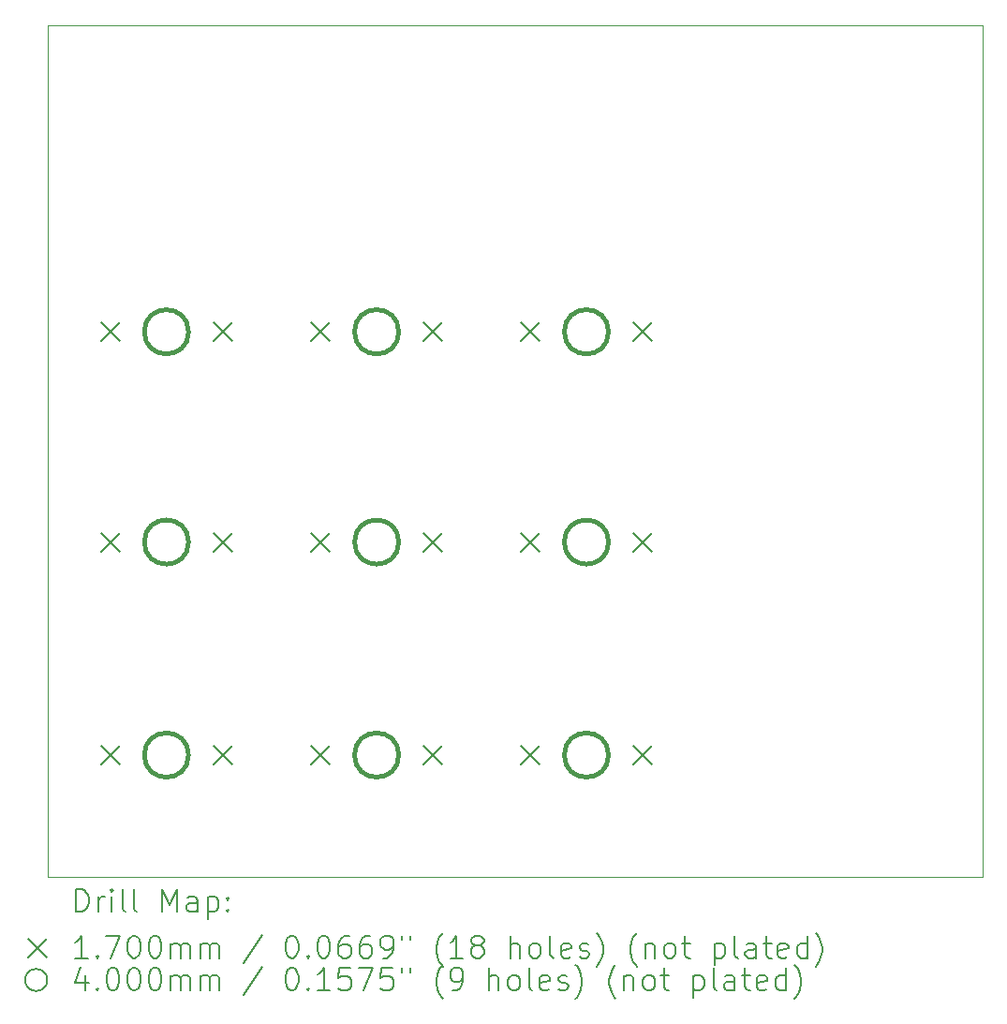
<source format=gbr>
%TF.GenerationSoftware,KiCad,Pcbnew,9.0.7*%
%TF.CreationDate,2026-02-07T16:10:57+01:00*%
%TF.ProjectId,keyboard,6b657962-6f61-4726-942e-6b696361645f,rev?*%
%TF.SameCoordinates,Original*%
%TF.FileFunction,Drillmap*%
%TF.FilePolarity,Positive*%
%FSLAX45Y45*%
G04 Gerber Fmt 4.5, Leading zero omitted, Abs format (unit mm)*
G04 Created by KiCad (PCBNEW 9.0.7) date 2026-02-07 16:10:57*
%MOMM*%
%LPD*%
G01*
G04 APERTURE LIST*
%ADD10C,0.050000*%
%ADD11C,0.200000*%
%ADD12C,0.170000*%
%ADD13C,0.400000*%
G04 APERTURE END LIST*
D10*
X11875000Y-2451216D02*
X20326829Y-2451216D01*
X20326829Y-10150000D01*
X11875000Y-10150000D01*
X11875000Y-2451216D01*
D11*
D12*
X12357000Y-5140000D02*
X12527000Y-5310000D01*
X12527000Y-5140000D02*
X12357000Y-5310000D01*
X12357000Y-7040000D02*
X12527000Y-7210000D01*
X12527000Y-7040000D02*
X12357000Y-7210000D01*
X12357000Y-8965000D02*
X12527000Y-9135000D01*
X12527000Y-8965000D02*
X12357000Y-9135000D01*
X13373000Y-5140000D02*
X13543000Y-5310000D01*
X13543000Y-5140000D02*
X13373000Y-5310000D01*
X13373000Y-7040000D02*
X13543000Y-7210000D01*
X13543000Y-7040000D02*
X13373000Y-7210000D01*
X13373000Y-8965000D02*
X13543000Y-9135000D01*
X13543000Y-8965000D02*
X13373000Y-9135000D01*
X14257000Y-5140000D02*
X14427000Y-5310000D01*
X14427000Y-5140000D02*
X14257000Y-5310000D01*
X14257000Y-7040000D02*
X14427000Y-7210000D01*
X14427000Y-7040000D02*
X14257000Y-7210000D01*
X14257000Y-8965000D02*
X14427000Y-9135000D01*
X14427000Y-8965000D02*
X14257000Y-9135000D01*
X15273000Y-5140000D02*
X15443000Y-5310000D01*
X15443000Y-5140000D02*
X15273000Y-5310000D01*
X15273000Y-7040000D02*
X15443000Y-7210000D01*
X15443000Y-7040000D02*
X15273000Y-7210000D01*
X15273000Y-8965000D02*
X15443000Y-9135000D01*
X15443000Y-8965000D02*
X15273000Y-9135000D01*
X16153000Y-5140000D02*
X16323000Y-5310000D01*
X16323000Y-5140000D02*
X16153000Y-5310000D01*
X16153000Y-7040000D02*
X16323000Y-7210000D01*
X16323000Y-7040000D02*
X16153000Y-7210000D01*
X16153000Y-8965000D02*
X16323000Y-9135000D01*
X16323000Y-8965000D02*
X16153000Y-9135000D01*
X17169000Y-5140000D02*
X17339000Y-5310000D01*
X17339000Y-5140000D02*
X17169000Y-5310000D01*
X17169000Y-7040000D02*
X17339000Y-7210000D01*
X17339000Y-7040000D02*
X17169000Y-7210000D01*
X17169000Y-8965000D02*
X17339000Y-9135000D01*
X17339000Y-8965000D02*
X17169000Y-9135000D01*
D13*
X13150000Y-5225000D02*
G75*
G02*
X12750000Y-5225000I-200000J0D01*
G01*
X12750000Y-5225000D02*
G75*
G02*
X13150000Y-5225000I200000J0D01*
G01*
X13150000Y-7125000D02*
G75*
G02*
X12750000Y-7125000I-200000J0D01*
G01*
X12750000Y-7125000D02*
G75*
G02*
X13150000Y-7125000I200000J0D01*
G01*
X13150000Y-9050000D02*
G75*
G02*
X12750000Y-9050000I-200000J0D01*
G01*
X12750000Y-9050000D02*
G75*
G02*
X13150000Y-9050000I200000J0D01*
G01*
X15050000Y-5225000D02*
G75*
G02*
X14650000Y-5225000I-200000J0D01*
G01*
X14650000Y-5225000D02*
G75*
G02*
X15050000Y-5225000I200000J0D01*
G01*
X15050000Y-7125000D02*
G75*
G02*
X14650000Y-7125000I-200000J0D01*
G01*
X14650000Y-7125000D02*
G75*
G02*
X15050000Y-7125000I200000J0D01*
G01*
X15050000Y-9050000D02*
G75*
G02*
X14650000Y-9050000I-200000J0D01*
G01*
X14650000Y-9050000D02*
G75*
G02*
X15050000Y-9050000I200000J0D01*
G01*
X16946000Y-5225000D02*
G75*
G02*
X16546000Y-5225000I-200000J0D01*
G01*
X16546000Y-5225000D02*
G75*
G02*
X16946000Y-5225000I200000J0D01*
G01*
X16946000Y-7125000D02*
G75*
G02*
X16546000Y-7125000I-200000J0D01*
G01*
X16546000Y-7125000D02*
G75*
G02*
X16946000Y-7125000I200000J0D01*
G01*
X16946000Y-9050000D02*
G75*
G02*
X16546000Y-9050000I-200000J0D01*
G01*
X16546000Y-9050000D02*
G75*
G02*
X16946000Y-9050000I200000J0D01*
G01*
D11*
X12133277Y-10463984D02*
X12133277Y-10263984D01*
X12133277Y-10263984D02*
X12180896Y-10263984D01*
X12180896Y-10263984D02*
X12209467Y-10273508D01*
X12209467Y-10273508D02*
X12228515Y-10292555D01*
X12228515Y-10292555D02*
X12238039Y-10311603D01*
X12238039Y-10311603D02*
X12247562Y-10349698D01*
X12247562Y-10349698D02*
X12247562Y-10378270D01*
X12247562Y-10378270D02*
X12238039Y-10416365D01*
X12238039Y-10416365D02*
X12228515Y-10435412D01*
X12228515Y-10435412D02*
X12209467Y-10454460D01*
X12209467Y-10454460D02*
X12180896Y-10463984D01*
X12180896Y-10463984D02*
X12133277Y-10463984D01*
X12333277Y-10463984D02*
X12333277Y-10330650D01*
X12333277Y-10368746D02*
X12342801Y-10349698D01*
X12342801Y-10349698D02*
X12352324Y-10340174D01*
X12352324Y-10340174D02*
X12371372Y-10330650D01*
X12371372Y-10330650D02*
X12390420Y-10330650D01*
X12457086Y-10463984D02*
X12457086Y-10330650D01*
X12457086Y-10263984D02*
X12447562Y-10273508D01*
X12447562Y-10273508D02*
X12457086Y-10283031D01*
X12457086Y-10283031D02*
X12466610Y-10273508D01*
X12466610Y-10273508D02*
X12457086Y-10263984D01*
X12457086Y-10263984D02*
X12457086Y-10283031D01*
X12580896Y-10463984D02*
X12561848Y-10454460D01*
X12561848Y-10454460D02*
X12552324Y-10435412D01*
X12552324Y-10435412D02*
X12552324Y-10263984D01*
X12685658Y-10463984D02*
X12666610Y-10454460D01*
X12666610Y-10454460D02*
X12657086Y-10435412D01*
X12657086Y-10435412D02*
X12657086Y-10263984D01*
X12914229Y-10463984D02*
X12914229Y-10263984D01*
X12914229Y-10263984D02*
X12980896Y-10406841D01*
X12980896Y-10406841D02*
X13047562Y-10263984D01*
X13047562Y-10263984D02*
X13047562Y-10463984D01*
X13228515Y-10463984D02*
X13228515Y-10359222D01*
X13228515Y-10359222D02*
X13218991Y-10340174D01*
X13218991Y-10340174D02*
X13199943Y-10330650D01*
X13199943Y-10330650D02*
X13161848Y-10330650D01*
X13161848Y-10330650D02*
X13142801Y-10340174D01*
X13228515Y-10454460D02*
X13209467Y-10463984D01*
X13209467Y-10463984D02*
X13161848Y-10463984D01*
X13161848Y-10463984D02*
X13142801Y-10454460D01*
X13142801Y-10454460D02*
X13133277Y-10435412D01*
X13133277Y-10435412D02*
X13133277Y-10416365D01*
X13133277Y-10416365D02*
X13142801Y-10397317D01*
X13142801Y-10397317D02*
X13161848Y-10387793D01*
X13161848Y-10387793D02*
X13209467Y-10387793D01*
X13209467Y-10387793D02*
X13228515Y-10378270D01*
X13323753Y-10330650D02*
X13323753Y-10530650D01*
X13323753Y-10340174D02*
X13342801Y-10330650D01*
X13342801Y-10330650D02*
X13380896Y-10330650D01*
X13380896Y-10330650D02*
X13399943Y-10340174D01*
X13399943Y-10340174D02*
X13409467Y-10349698D01*
X13409467Y-10349698D02*
X13418991Y-10368746D01*
X13418991Y-10368746D02*
X13418991Y-10425889D01*
X13418991Y-10425889D02*
X13409467Y-10444936D01*
X13409467Y-10444936D02*
X13399943Y-10454460D01*
X13399943Y-10454460D02*
X13380896Y-10463984D01*
X13380896Y-10463984D02*
X13342801Y-10463984D01*
X13342801Y-10463984D02*
X13323753Y-10454460D01*
X13504705Y-10444936D02*
X13514229Y-10454460D01*
X13514229Y-10454460D02*
X13504705Y-10463984D01*
X13504705Y-10463984D02*
X13495182Y-10454460D01*
X13495182Y-10454460D02*
X13504705Y-10444936D01*
X13504705Y-10444936D02*
X13504705Y-10463984D01*
X13504705Y-10340174D02*
X13514229Y-10349698D01*
X13514229Y-10349698D02*
X13504705Y-10359222D01*
X13504705Y-10359222D02*
X13495182Y-10349698D01*
X13495182Y-10349698D02*
X13504705Y-10340174D01*
X13504705Y-10340174D02*
X13504705Y-10359222D01*
D12*
X11702500Y-10707500D02*
X11872500Y-10877500D01*
X11872500Y-10707500D02*
X11702500Y-10877500D01*
D11*
X12238039Y-10883984D02*
X12123753Y-10883984D01*
X12180896Y-10883984D02*
X12180896Y-10683984D01*
X12180896Y-10683984D02*
X12161848Y-10712555D01*
X12161848Y-10712555D02*
X12142801Y-10731603D01*
X12142801Y-10731603D02*
X12123753Y-10741127D01*
X12323753Y-10864936D02*
X12333277Y-10874460D01*
X12333277Y-10874460D02*
X12323753Y-10883984D01*
X12323753Y-10883984D02*
X12314229Y-10874460D01*
X12314229Y-10874460D02*
X12323753Y-10864936D01*
X12323753Y-10864936D02*
X12323753Y-10883984D01*
X12399943Y-10683984D02*
X12533277Y-10683984D01*
X12533277Y-10683984D02*
X12447562Y-10883984D01*
X12647562Y-10683984D02*
X12666610Y-10683984D01*
X12666610Y-10683984D02*
X12685658Y-10693508D01*
X12685658Y-10693508D02*
X12695182Y-10703031D01*
X12695182Y-10703031D02*
X12704705Y-10722079D01*
X12704705Y-10722079D02*
X12714229Y-10760174D01*
X12714229Y-10760174D02*
X12714229Y-10807793D01*
X12714229Y-10807793D02*
X12704705Y-10845889D01*
X12704705Y-10845889D02*
X12695182Y-10864936D01*
X12695182Y-10864936D02*
X12685658Y-10874460D01*
X12685658Y-10874460D02*
X12666610Y-10883984D01*
X12666610Y-10883984D02*
X12647562Y-10883984D01*
X12647562Y-10883984D02*
X12628515Y-10874460D01*
X12628515Y-10874460D02*
X12618991Y-10864936D01*
X12618991Y-10864936D02*
X12609467Y-10845889D01*
X12609467Y-10845889D02*
X12599943Y-10807793D01*
X12599943Y-10807793D02*
X12599943Y-10760174D01*
X12599943Y-10760174D02*
X12609467Y-10722079D01*
X12609467Y-10722079D02*
X12618991Y-10703031D01*
X12618991Y-10703031D02*
X12628515Y-10693508D01*
X12628515Y-10693508D02*
X12647562Y-10683984D01*
X12838039Y-10683984D02*
X12857086Y-10683984D01*
X12857086Y-10683984D02*
X12876134Y-10693508D01*
X12876134Y-10693508D02*
X12885658Y-10703031D01*
X12885658Y-10703031D02*
X12895182Y-10722079D01*
X12895182Y-10722079D02*
X12904705Y-10760174D01*
X12904705Y-10760174D02*
X12904705Y-10807793D01*
X12904705Y-10807793D02*
X12895182Y-10845889D01*
X12895182Y-10845889D02*
X12885658Y-10864936D01*
X12885658Y-10864936D02*
X12876134Y-10874460D01*
X12876134Y-10874460D02*
X12857086Y-10883984D01*
X12857086Y-10883984D02*
X12838039Y-10883984D01*
X12838039Y-10883984D02*
X12818991Y-10874460D01*
X12818991Y-10874460D02*
X12809467Y-10864936D01*
X12809467Y-10864936D02*
X12799943Y-10845889D01*
X12799943Y-10845889D02*
X12790420Y-10807793D01*
X12790420Y-10807793D02*
X12790420Y-10760174D01*
X12790420Y-10760174D02*
X12799943Y-10722079D01*
X12799943Y-10722079D02*
X12809467Y-10703031D01*
X12809467Y-10703031D02*
X12818991Y-10693508D01*
X12818991Y-10693508D02*
X12838039Y-10683984D01*
X12990420Y-10883984D02*
X12990420Y-10750650D01*
X12990420Y-10769698D02*
X12999943Y-10760174D01*
X12999943Y-10760174D02*
X13018991Y-10750650D01*
X13018991Y-10750650D02*
X13047563Y-10750650D01*
X13047563Y-10750650D02*
X13066610Y-10760174D01*
X13066610Y-10760174D02*
X13076134Y-10779222D01*
X13076134Y-10779222D02*
X13076134Y-10883984D01*
X13076134Y-10779222D02*
X13085658Y-10760174D01*
X13085658Y-10760174D02*
X13104705Y-10750650D01*
X13104705Y-10750650D02*
X13133277Y-10750650D01*
X13133277Y-10750650D02*
X13152324Y-10760174D01*
X13152324Y-10760174D02*
X13161848Y-10779222D01*
X13161848Y-10779222D02*
X13161848Y-10883984D01*
X13257086Y-10883984D02*
X13257086Y-10750650D01*
X13257086Y-10769698D02*
X13266610Y-10760174D01*
X13266610Y-10760174D02*
X13285658Y-10750650D01*
X13285658Y-10750650D02*
X13314229Y-10750650D01*
X13314229Y-10750650D02*
X13333277Y-10760174D01*
X13333277Y-10760174D02*
X13342801Y-10779222D01*
X13342801Y-10779222D02*
X13342801Y-10883984D01*
X13342801Y-10779222D02*
X13352324Y-10760174D01*
X13352324Y-10760174D02*
X13371372Y-10750650D01*
X13371372Y-10750650D02*
X13399943Y-10750650D01*
X13399943Y-10750650D02*
X13418991Y-10760174D01*
X13418991Y-10760174D02*
X13428515Y-10779222D01*
X13428515Y-10779222D02*
X13428515Y-10883984D01*
X13818991Y-10674460D02*
X13647563Y-10931603D01*
X14076134Y-10683984D02*
X14095182Y-10683984D01*
X14095182Y-10683984D02*
X14114229Y-10693508D01*
X14114229Y-10693508D02*
X14123753Y-10703031D01*
X14123753Y-10703031D02*
X14133277Y-10722079D01*
X14133277Y-10722079D02*
X14142801Y-10760174D01*
X14142801Y-10760174D02*
X14142801Y-10807793D01*
X14142801Y-10807793D02*
X14133277Y-10845889D01*
X14133277Y-10845889D02*
X14123753Y-10864936D01*
X14123753Y-10864936D02*
X14114229Y-10874460D01*
X14114229Y-10874460D02*
X14095182Y-10883984D01*
X14095182Y-10883984D02*
X14076134Y-10883984D01*
X14076134Y-10883984D02*
X14057086Y-10874460D01*
X14057086Y-10874460D02*
X14047563Y-10864936D01*
X14047563Y-10864936D02*
X14038039Y-10845889D01*
X14038039Y-10845889D02*
X14028515Y-10807793D01*
X14028515Y-10807793D02*
X14028515Y-10760174D01*
X14028515Y-10760174D02*
X14038039Y-10722079D01*
X14038039Y-10722079D02*
X14047563Y-10703031D01*
X14047563Y-10703031D02*
X14057086Y-10693508D01*
X14057086Y-10693508D02*
X14076134Y-10683984D01*
X14228515Y-10864936D02*
X14238039Y-10874460D01*
X14238039Y-10874460D02*
X14228515Y-10883984D01*
X14228515Y-10883984D02*
X14218991Y-10874460D01*
X14218991Y-10874460D02*
X14228515Y-10864936D01*
X14228515Y-10864936D02*
X14228515Y-10883984D01*
X14361848Y-10683984D02*
X14380896Y-10683984D01*
X14380896Y-10683984D02*
X14399944Y-10693508D01*
X14399944Y-10693508D02*
X14409467Y-10703031D01*
X14409467Y-10703031D02*
X14418991Y-10722079D01*
X14418991Y-10722079D02*
X14428515Y-10760174D01*
X14428515Y-10760174D02*
X14428515Y-10807793D01*
X14428515Y-10807793D02*
X14418991Y-10845889D01*
X14418991Y-10845889D02*
X14409467Y-10864936D01*
X14409467Y-10864936D02*
X14399944Y-10874460D01*
X14399944Y-10874460D02*
X14380896Y-10883984D01*
X14380896Y-10883984D02*
X14361848Y-10883984D01*
X14361848Y-10883984D02*
X14342801Y-10874460D01*
X14342801Y-10874460D02*
X14333277Y-10864936D01*
X14333277Y-10864936D02*
X14323753Y-10845889D01*
X14323753Y-10845889D02*
X14314229Y-10807793D01*
X14314229Y-10807793D02*
X14314229Y-10760174D01*
X14314229Y-10760174D02*
X14323753Y-10722079D01*
X14323753Y-10722079D02*
X14333277Y-10703031D01*
X14333277Y-10703031D02*
X14342801Y-10693508D01*
X14342801Y-10693508D02*
X14361848Y-10683984D01*
X14599944Y-10683984D02*
X14561848Y-10683984D01*
X14561848Y-10683984D02*
X14542801Y-10693508D01*
X14542801Y-10693508D02*
X14533277Y-10703031D01*
X14533277Y-10703031D02*
X14514229Y-10731603D01*
X14514229Y-10731603D02*
X14504706Y-10769698D01*
X14504706Y-10769698D02*
X14504706Y-10845889D01*
X14504706Y-10845889D02*
X14514229Y-10864936D01*
X14514229Y-10864936D02*
X14523753Y-10874460D01*
X14523753Y-10874460D02*
X14542801Y-10883984D01*
X14542801Y-10883984D02*
X14580896Y-10883984D01*
X14580896Y-10883984D02*
X14599944Y-10874460D01*
X14599944Y-10874460D02*
X14609467Y-10864936D01*
X14609467Y-10864936D02*
X14618991Y-10845889D01*
X14618991Y-10845889D02*
X14618991Y-10798270D01*
X14618991Y-10798270D02*
X14609467Y-10779222D01*
X14609467Y-10779222D02*
X14599944Y-10769698D01*
X14599944Y-10769698D02*
X14580896Y-10760174D01*
X14580896Y-10760174D02*
X14542801Y-10760174D01*
X14542801Y-10760174D02*
X14523753Y-10769698D01*
X14523753Y-10769698D02*
X14514229Y-10779222D01*
X14514229Y-10779222D02*
X14504706Y-10798270D01*
X14790420Y-10683984D02*
X14752325Y-10683984D01*
X14752325Y-10683984D02*
X14733277Y-10693508D01*
X14733277Y-10693508D02*
X14723753Y-10703031D01*
X14723753Y-10703031D02*
X14704706Y-10731603D01*
X14704706Y-10731603D02*
X14695182Y-10769698D01*
X14695182Y-10769698D02*
X14695182Y-10845889D01*
X14695182Y-10845889D02*
X14704706Y-10864936D01*
X14704706Y-10864936D02*
X14714229Y-10874460D01*
X14714229Y-10874460D02*
X14733277Y-10883984D01*
X14733277Y-10883984D02*
X14771372Y-10883984D01*
X14771372Y-10883984D02*
X14790420Y-10874460D01*
X14790420Y-10874460D02*
X14799944Y-10864936D01*
X14799944Y-10864936D02*
X14809467Y-10845889D01*
X14809467Y-10845889D02*
X14809467Y-10798270D01*
X14809467Y-10798270D02*
X14799944Y-10779222D01*
X14799944Y-10779222D02*
X14790420Y-10769698D01*
X14790420Y-10769698D02*
X14771372Y-10760174D01*
X14771372Y-10760174D02*
X14733277Y-10760174D01*
X14733277Y-10760174D02*
X14714229Y-10769698D01*
X14714229Y-10769698D02*
X14704706Y-10779222D01*
X14704706Y-10779222D02*
X14695182Y-10798270D01*
X14904706Y-10883984D02*
X14942801Y-10883984D01*
X14942801Y-10883984D02*
X14961848Y-10874460D01*
X14961848Y-10874460D02*
X14971372Y-10864936D01*
X14971372Y-10864936D02*
X14990420Y-10836365D01*
X14990420Y-10836365D02*
X14999944Y-10798270D01*
X14999944Y-10798270D02*
X14999944Y-10722079D01*
X14999944Y-10722079D02*
X14990420Y-10703031D01*
X14990420Y-10703031D02*
X14980896Y-10693508D01*
X14980896Y-10693508D02*
X14961848Y-10683984D01*
X14961848Y-10683984D02*
X14923753Y-10683984D01*
X14923753Y-10683984D02*
X14904706Y-10693508D01*
X14904706Y-10693508D02*
X14895182Y-10703031D01*
X14895182Y-10703031D02*
X14885658Y-10722079D01*
X14885658Y-10722079D02*
X14885658Y-10769698D01*
X14885658Y-10769698D02*
X14895182Y-10788746D01*
X14895182Y-10788746D02*
X14904706Y-10798270D01*
X14904706Y-10798270D02*
X14923753Y-10807793D01*
X14923753Y-10807793D02*
X14961848Y-10807793D01*
X14961848Y-10807793D02*
X14980896Y-10798270D01*
X14980896Y-10798270D02*
X14990420Y-10788746D01*
X14990420Y-10788746D02*
X14999944Y-10769698D01*
X15076134Y-10683984D02*
X15076134Y-10722079D01*
X15152325Y-10683984D02*
X15152325Y-10722079D01*
X15447563Y-10960174D02*
X15438039Y-10950650D01*
X15438039Y-10950650D02*
X15418991Y-10922079D01*
X15418991Y-10922079D02*
X15409468Y-10903031D01*
X15409468Y-10903031D02*
X15399944Y-10874460D01*
X15399944Y-10874460D02*
X15390420Y-10826841D01*
X15390420Y-10826841D02*
X15390420Y-10788746D01*
X15390420Y-10788746D02*
X15399944Y-10741127D01*
X15399944Y-10741127D02*
X15409468Y-10712555D01*
X15409468Y-10712555D02*
X15418991Y-10693508D01*
X15418991Y-10693508D02*
X15438039Y-10664936D01*
X15438039Y-10664936D02*
X15447563Y-10655412D01*
X15628515Y-10883984D02*
X15514229Y-10883984D01*
X15571372Y-10883984D02*
X15571372Y-10683984D01*
X15571372Y-10683984D02*
X15552325Y-10712555D01*
X15552325Y-10712555D02*
X15533277Y-10731603D01*
X15533277Y-10731603D02*
X15514229Y-10741127D01*
X15742801Y-10769698D02*
X15723753Y-10760174D01*
X15723753Y-10760174D02*
X15714229Y-10750650D01*
X15714229Y-10750650D02*
X15704706Y-10731603D01*
X15704706Y-10731603D02*
X15704706Y-10722079D01*
X15704706Y-10722079D02*
X15714229Y-10703031D01*
X15714229Y-10703031D02*
X15723753Y-10693508D01*
X15723753Y-10693508D02*
X15742801Y-10683984D01*
X15742801Y-10683984D02*
X15780896Y-10683984D01*
X15780896Y-10683984D02*
X15799944Y-10693508D01*
X15799944Y-10693508D02*
X15809468Y-10703031D01*
X15809468Y-10703031D02*
X15818991Y-10722079D01*
X15818991Y-10722079D02*
X15818991Y-10731603D01*
X15818991Y-10731603D02*
X15809468Y-10750650D01*
X15809468Y-10750650D02*
X15799944Y-10760174D01*
X15799944Y-10760174D02*
X15780896Y-10769698D01*
X15780896Y-10769698D02*
X15742801Y-10769698D01*
X15742801Y-10769698D02*
X15723753Y-10779222D01*
X15723753Y-10779222D02*
X15714229Y-10788746D01*
X15714229Y-10788746D02*
X15704706Y-10807793D01*
X15704706Y-10807793D02*
X15704706Y-10845889D01*
X15704706Y-10845889D02*
X15714229Y-10864936D01*
X15714229Y-10864936D02*
X15723753Y-10874460D01*
X15723753Y-10874460D02*
X15742801Y-10883984D01*
X15742801Y-10883984D02*
X15780896Y-10883984D01*
X15780896Y-10883984D02*
X15799944Y-10874460D01*
X15799944Y-10874460D02*
X15809468Y-10864936D01*
X15809468Y-10864936D02*
X15818991Y-10845889D01*
X15818991Y-10845889D02*
X15818991Y-10807793D01*
X15818991Y-10807793D02*
X15809468Y-10788746D01*
X15809468Y-10788746D02*
X15799944Y-10779222D01*
X15799944Y-10779222D02*
X15780896Y-10769698D01*
X16057087Y-10883984D02*
X16057087Y-10683984D01*
X16142801Y-10883984D02*
X16142801Y-10779222D01*
X16142801Y-10779222D02*
X16133277Y-10760174D01*
X16133277Y-10760174D02*
X16114230Y-10750650D01*
X16114230Y-10750650D02*
X16085658Y-10750650D01*
X16085658Y-10750650D02*
X16066610Y-10760174D01*
X16066610Y-10760174D02*
X16057087Y-10769698D01*
X16266610Y-10883984D02*
X16247563Y-10874460D01*
X16247563Y-10874460D02*
X16238039Y-10864936D01*
X16238039Y-10864936D02*
X16228515Y-10845889D01*
X16228515Y-10845889D02*
X16228515Y-10788746D01*
X16228515Y-10788746D02*
X16238039Y-10769698D01*
X16238039Y-10769698D02*
X16247563Y-10760174D01*
X16247563Y-10760174D02*
X16266610Y-10750650D01*
X16266610Y-10750650D02*
X16295182Y-10750650D01*
X16295182Y-10750650D02*
X16314230Y-10760174D01*
X16314230Y-10760174D02*
X16323753Y-10769698D01*
X16323753Y-10769698D02*
X16333277Y-10788746D01*
X16333277Y-10788746D02*
X16333277Y-10845889D01*
X16333277Y-10845889D02*
X16323753Y-10864936D01*
X16323753Y-10864936D02*
X16314230Y-10874460D01*
X16314230Y-10874460D02*
X16295182Y-10883984D01*
X16295182Y-10883984D02*
X16266610Y-10883984D01*
X16447563Y-10883984D02*
X16428515Y-10874460D01*
X16428515Y-10874460D02*
X16418991Y-10855412D01*
X16418991Y-10855412D02*
X16418991Y-10683984D01*
X16599944Y-10874460D02*
X16580896Y-10883984D01*
X16580896Y-10883984D02*
X16542801Y-10883984D01*
X16542801Y-10883984D02*
X16523753Y-10874460D01*
X16523753Y-10874460D02*
X16514230Y-10855412D01*
X16514230Y-10855412D02*
X16514230Y-10779222D01*
X16514230Y-10779222D02*
X16523753Y-10760174D01*
X16523753Y-10760174D02*
X16542801Y-10750650D01*
X16542801Y-10750650D02*
X16580896Y-10750650D01*
X16580896Y-10750650D02*
X16599944Y-10760174D01*
X16599944Y-10760174D02*
X16609468Y-10779222D01*
X16609468Y-10779222D02*
X16609468Y-10798270D01*
X16609468Y-10798270D02*
X16514230Y-10817317D01*
X16685658Y-10874460D02*
X16704706Y-10883984D01*
X16704706Y-10883984D02*
X16742801Y-10883984D01*
X16742801Y-10883984D02*
X16761849Y-10874460D01*
X16761849Y-10874460D02*
X16771372Y-10855412D01*
X16771372Y-10855412D02*
X16771372Y-10845889D01*
X16771372Y-10845889D02*
X16761849Y-10826841D01*
X16761849Y-10826841D02*
X16742801Y-10817317D01*
X16742801Y-10817317D02*
X16714230Y-10817317D01*
X16714230Y-10817317D02*
X16695182Y-10807793D01*
X16695182Y-10807793D02*
X16685658Y-10788746D01*
X16685658Y-10788746D02*
X16685658Y-10779222D01*
X16685658Y-10779222D02*
X16695182Y-10760174D01*
X16695182Y-10760174D02*
X16714230Y-10750650D01*
X16714230Y-10750650D02*
X16742801Y-10750650D01*
X16742801Y-10750650D02*
X16761849Y-10760174D01*
X16838039Y-10960174D02*
X16847563Y-10950650D01*
X16847563Y-10950650D02*
X16866611Y-10922079D01*
X16866611Y-10922079D02*
X16876134Y-10903031D01*
X16876134Y-10903031D02*
X16885658Y-10874460D01*
X16885658Y-10874460D02*
X16895182Y-10826841D01*
X16895182Y-10826841D02*
X16895182Y-10788746D01*
X16895182Y-10788746D02*
X16885658Y-10741127D01*
X16885658Y-10741127D02*
X16876134Y-10712555D01*
X16876134Y-10712555D02*
X16866611Y-10693508D01*
X16866611Y-10693508D02*
X16847563Y-10664936D01*
X16847563Y-10664936D02*
X16838039Y-10655412D01*
X17199944Y-10960174D02*
X17190420Y-10950650D01*
X17190420Y-10950650D02*
X17171373Y-10922079D01*
X17171373Y-10922079D02*
X17161849Y-10903031D01*
X17161849Y-10903031D02*
X17152325Y-10874460D01*
X17152325Y-10874460D02*
X17142801Y-10826841D01*
X17142801Y-10826841D02*
X17142801Y-10788746D01*
X17142801Y-10788746D02*
X17152325Y-10741127D01*
X17152325Y-10741127D02*
X17161849Y-10712555D01*
X17161849Y-10712555D02*
X17171373Y-10693508D01*
X17171373Y-10693508D02*
X17190420Y-10664936D01*
X17190420Y-10664936D02*
X17199944Y-10655412D01*
X17276134Y-10750650D02*
X17276134Y-10883984D01*
X17276134Y-10769698D02*
X17285658Y-10760174D01*
X17285658Y-10760174D02*
X17304706Y-10750650D01*
X17304706Y-10750650D02*
X17333277Y-10750650D01*
X17333277Y-10750650D02*
X17352325Y-10760174D01*
X17352325Y-10760174D02*
X17361849Y-10779222D01*
X17361849Y-10779222D02*
X17361849Y-10883984D01*
X17485658Y-10883984D02*
X17466611Y-10874460D01*
X17466611Y-10874460D02*
X17457087Y-10864936D01*
X17457087Y-10864936D02*
X17447563Y-10845889D01*
X17447563Y-10845889D02*
X17447563Y-10788746D01*
X17447563Y-10788746D02*
X17457087Y-10769698D01*
X17457087Y-10769698D02*
X17466611Y-10760174D01*
X17466611Y-10760174D02*
X17485658Y-10750650D01*
X17485658Y-10750650D02*
X17514230Y-10750650D01*
X17514230Y-10750650D02*
X17533277Y-10760174D01*
X17533277Y-10760174D02*
X17542801Y-10769698D01*
X17542801Y-10769698D02*
X17552325Y-10788746D01*
X17552325Y-10788746D02*
X17552325Y-10845889D01*
X17552325Y-10845889D02*
X17542801Y-10864936D01*
X17542801Y-10864936D02*
X17533277Y-10874460D01*
X17533277Y-10874460D02*
X17514230Y-10883984D01*
X17514230Y-10883984D02*
X17485658Y-10883984D01*
X17609468Y-10750650D02*
X17685658Y-10750650D01*
X17638039Y-10683984D02*
X17638039Y-10855412D01*
X17638039Y-10855412D02*
X17647563Y-10874460D01*
X17647563Y-10874460D02*
X17666611Y-10883984D01*
X17666611Y-10883984D02*
X17685658Y-10883984D01*
X17904706Y-10750650D02*
X17904706Y-10950650D01*
X17904706Y-10760174D02*
X17923754Y-10750650D01*
X17923754Y-10750650D02*
X17961849Y-10750650D01*
X17961849Y-10750650D02*
X17980896Y-10760174D01*
X17980896Y-10760174D02*
X17990420Y-10769698D01*
X17990420Y-10769698D02*
X17999944Y-10788746D01*
X17999944Y-10788746D02*
X17999944Y-10845889D01*
X17999944Y-10845889D02*
X17990420Y-10864936D01*
X17990420Y-10864936D02*
X17980896Y-10874460D01*
X17980896Y-10874460D02*
X17961849Y-10883984D01*
X17961849Y-10883984D02*
X17923754Y-10883984D01*
X17923754Y-10883984D02*
X17904706Y-10874460D01*
X18114230Y-10883984D02*
X18095182Y-10874460D01*
X18095182Y-10874460D02*
X18085658Y-10855412D01*
X18085658Y-10855412D02*
X18085658Y-10683984D01*
X18276135Y-10883984D02*
X18276135Y-10779222D01*
X18276135Y-10779222D02*
X18266611Y-10760174D01*
X18266611Y-10760174D02*
X18247563Y-10750650D01*
X18247563Y-10750650D02*
X18209468Y-10750650D01*
X18209468Y-10750650D02*
X18190420Y-10760174D01*
X18276135Y-10874460D02*
X18257087Y-10883984D01*
X18257087Y-10883984D02*
X18209468Y-10883984D01*
X18209468Y-10883984D02*
X18190420Y-10874460D01*
X18190420Y-10874460D02*
X18180896Y-10855412D01*
X18180896Y-10855412D02*
X18180896Y-10836365D01*
X18180896Y-10836365D02*
X18190420Y-10817317D01*
X18190420Y-10817317D02*
X18209468Y-10807793D01*
X18209468Y-10807793D02*
X18257087Y-10807793D01*
X18257087Y-10807793D02*
X18276135Y-10798270D01*
X18342801Y-10750650D02*
X18418992Y-10750650D01*
X18371373Y-10683984D02*
X18371373Y-10855412D01*
X18371373Y-10855412D02*
X18380896Y-10874460D01*
X18380896Y-10874460D02*
X18399944Y-10883984D01*
X18399944Y-10883984D02*
X18418992Y-10883984D01*
X18561849Y-10874460D02*
X18542801Y-10883984D01*
X18542801Y-10883984D02*
X18504706Y-10883984D01*
X18504706Y-10883984D02*
X18485658Y-10874460D01*
X18485658Y-10874460D02*
X18476135Y-10855412D01*
X18476135Y-10855412D02*
X18476135Y-10779222D01*
X18476135Y-10779222D02*
X18485658Y-10760174D01*
X18485658Y-10760174D02*
X18504706Y-10750650D01*
X18504706Y-10750650D02*
X18542801Y-10750650D01*
X18542801Y-10750650D02*
X18561849Y-10760174D01*
X18561849Y-10760174D02*
X18571373Y-10779222D01*
X18571373Y-10779222D02*
X18571373Y-10798270D01*
X18571373Y-10798270D02*
X18476135Y-10817317D01*
X18742801Y-10883984D02*
X18742801Y-10683984D01*
X18742801Y-10874460D02*
X18723754Y-10883984D01*
X18723754Y-10883984D02*
X18685658Y-10883984D01*
X18685658Y-10883984D02*
X18666611Y-10874460D01*
X18666611Y-10874460D02*
X18657087Y-10864936D01*
X18657087Y-10864936D02*
X18647563Y-10845889D01*
X18647563Y-10845889D02*
X18647563Y-10788746D01*
X18647563Y-10788746D02*
X18657087Y-10769698D01*
X18657087Y-10769698D02*
X18666611Y-10760174D01*
X18666611Y-10760174D02*
X18685658Y-10750650D01*
X18685658Y-10750650D02*
X18723754Y-10750650D01*
X18723754Y-10750650D02*
X18742801Y-10760174D01*
X18818992Y-10960174D02*
X18828516Y-10950650D01*
X18828516Y-10950650D02*
X18847563Y-10922079D01*
X18847563Y-10922079D02*
X18857087Y-10903031D01*
X18857087Y-10903031D02*
X18866611Y-10874460D01*
X18866611Y-10874460D02*
X18876135Y-10826841D01*
X18876135Y-10826841D02*
X18876135Y-10788746D01*
X18876135Y-10788746D02*
X18866611Y-10741127D01*
X18866611Y-10741127D02*
X18857087Y-10712555D01*
X18857087Y-10712555D02*
X18847563Y-10693508D01*
X18847563Y-10693508D02*
X18828516Y-10664936D01*
X18828516Y-10664936D02*
X18818992Y-10655412D01*
X11872500Y-11082500D02*
G75*
G02*
X11672500Y-11082500I-100000J0D01*
G01*
X11672500Y-11082500D02*
G75*
G02*
X11872500Y-11082500I100000J0D01*
G01*
X12218991Y-11040650D02*
X12218991Y-11173984D01*
X12171372Y-10964460D02*
X12123753Y-11107317D01*
X12123753Y-11107317D02*
X12247562Y-11107317D01*
X12323753Y-11154936D02*
X12333277Y-11164460D01*
X12333277Y-11164460D02*
X12323753Y-11173984D01*
X12323753Y-11173984D02*
X12314229Y-11164460D01*
X12314229Y-11164460D02*
X12323753Y-11154936D01*
X12323753Y-11154936D02*
X12323753Y-11173984D01*
X12457086Y-10973984D02*
X12476134Y-10973984D01*
X12476134Y-10973984D02*
X12495182Y-10983508D01*
X12495182Y-10983508D02*
X12504705Y-10993031D01*
X12504705Y-10993031D02*
X12514229Y-11012079D01*
X12514229Y-11012079D02*
X12523753Y-11050174D01*
X12523753Y-11050174D02*
X12523753Y-11097793D01*
X12523753Y-11097793D02*
X12514229Y-11135889D01*
X12514229Y-11135889D02*
X12504705Y-11154936D01*
X12504705Y-11154936D02*
X12495182Y-11164460D01*
X12495182Y-11164460D02*
X12476134Y-11173984D01*
X12476134Y-11173984D02*
X12457086Y-11173984D01*
X12457086Y-11173984D02*
X12438039Y-11164460D01*
X12438039Y-11164460D02*
X12428515Y-11154936D01*
X12428515Y-11154936D02*
X12418991Y-11135889D01*
X12418991Y-11135889D02*
X12409467Y-11097793D01*
X12409467Y-11097793D02*
X12409467Y-11050174D01*
X12409467Y-11050174D02*
X12418991Y-11012079D01*
X12418991Y-11012079D02*
X12428515Y-10993031D01*
X12428515Y-10993031D02*
X12438039Y-10983508D01*
X12438039Y-10983508D02*
X12457086Y-10973984D01*
X12647562Y-10973984D02*
X12666610Y-10973984D01*
X12666610Y-10973984D02*
X12685658Y-10983508D01*
X12685658Y-10983508D02*
X12695182Y-10993031D01*
X12695182Y-10993031D02*
X12704705Y-11012079D01*
X12704705Y-11012079D02*
X12714229Y-11050174D01*
X12714229Y-11050174D02*
X12714229Y-11097793D01*
X12714229Y-11097793D02*
X12704705Y-11135889D01*
X12704705Y-11135889D02*
X12695182Y-11154936D01*
X12695182Y-11154936D02*
X12685658Y-11164460D01*
X12685658Y-11164460D02*
X12666610Y-11173984D01*
X12666610Y-11173984D02*
X12647562Y-11173984D01*
X12647562Y-11173984D02*
X12628515Y-11164460D01*
X12628515Y-11164460D02*
X12618991Y-11154936D01*
X12618991Y-11154936D02*
X12609467Y-11135889D01*
X12609467Y-11135889D02*
X12599943Y-11097793D01*
X12599943Y-11097793D02*
X12599943Y-11050174D01*
X12599943Y-11050174D02*
X12609467Y-11012079D01*
X12609467Y-11012079D02*
X12618991Y-10993031D01*
X12618991Y-10993031D02*
X12628515Y-10983508D01*
X12628515Y-10983508D02*
X12647562Y-10973984D01*
X12838039Y-10973984D02*
X12857086Y-10973984D01*
X12857086Y-10973984D02*
X12876134Y-10983508D01*
X12876134Y-10983508D02*
X12885658Y-10993031D01*
X12885658Y-10993031D02*
X12895182Y-11012079D01*
X12895182Y-11012079D02*
X12904705Y-11050174D01*
X12904705Y-11050174D02*
X12904705Y-11097793D01*
X12904705Y-11097793D02*
X12895182Y-11135889D01*
X12895182Y-11135889D02*
X12885658Y-11154936D01*
X12885658Y-11154936D02*
X12876134Y-11164460D01*
X12876134Y-11164460D02*
X12857086Y-11173984D01*
X12857086Y-11173984D02*
X12838039Y-11173984D01*
X12838039Y-11173984D02*
X12818991Y-11164460D01*
X12818991Y-11164460D02*
X12809467Y-11154936D01*
X12809467Y-11154936D02*
X12799943Y-11135889D01*
X12799943Y-11135889D02*
X12790420Y-11097793D01*
X12790420Y-11097793D02*
X12790420Y-11050174D01*
X12790420Y-11050174D02*
X12799943Y-11012079D01*
X12799943Y-11012079D02*
X12809467Y-10993031D01*
X12809467Y-10993031D02*
X12818991Y-10983508D01*
X12818991Y-10983508D02*
X12838039Y-10973984D01*
X12990420Y-11173984D02*
X12990420Y-11040650D01*
X12990420Y-11059698D02*
X12999943Y-11050174D01*
X12999943Y-11050174D02*
X13018991Y-11040650D01*
X13018991Y-11040650D02*
X13047563Y-11040650D01*
X13047563Y-11040650D02*
X13066610Y-11050174D01*
X13066610Y-11050174D02*
X13076134Y-11069222D01*
X13076134Y-11069222D02*
X13076134Y-11173984D01*
X13076134Y-11069222D02*
X13085658Y-11050174D01*
X13085658Y-11050174D02*
X13104705Y-11040650D01*
X13104705Y-11040650D02*
X13133277Y-11040650D01*
X13133277Y-11040650D02*
X13152324Y-11050174D01*
X13152324Y-11050174D02*
X13161848Y-11069222D01*
X13161848Y-11069222D02*
X13161848Y-11173984D01*
X13257086Y-11173984D02*
X13257086Y-11040650D01*
X13257086Y-11059698D02*
X13266610Y-11050174D01*
X13266610Y-11050174D02*
X13285658Y-11040650D01*
X13285658Y-11040650D02*
X13314229Y-11040650D01*
X13314229Y-11040650D02*
X13333277Y-11050174D01*
X13333277Y-11050174D02*
X13342801Y-11069222D01*
X13342801Y-11069222D02*
X13342801Y-11173984D01*
X13342801Y-11069222D02*
X13352324Y-11050174D01*
X13352324Y-11050174D02*
X13371372Y-11040650D01*
X13371372Y-11040650D02*
X13399943Y-11040650D01*
X13399943Y-11040650D02*
X13418991Y-11050174D01*
X13418991Y-11050174D02*
X13428515Y-11069222D01*
X13428515Y-11069222D02*
X13428515Y-11173984D01*
X13818991Y-10964460D02*
X13647563Y-11221603D01*
X14076134Y-10973984D02*
X14095182Y-10973984D01*
X14095182Y-10973984D02*
X14114229Y-10983508D01*
X14114229Y-10983508D02*
X14123753Y-10993031D01*
X14123753Y-10993031D02*
X14133277Y-11012079D01*
X14133277Y-11012079D02*
X14142801Y-11050174D01*
X14142801Y-11050174D02*
X14142801Y-11097793D01*
X14142801Y-11097793D02*
X14133277Y-11135889D01*
X14133277Y-11135889D02*
X14123753Y-11154936D01*
X14123753Y-11154936D02*
X14114229Y-11164460D01*
X14114229Y-11164460D02*
X14095182Y-11173984D01*
X14095182Y-11173984D02*
X14076134Y-11173984D01*
X14076134Y-11173984D02*
X14057086Y-11164460D01*
X14057086Y-11164460D02*
X14047563Y-11154936D01*
X14047563Y-11154936D02*
X14038039Y-11135889D01*
X14038039Y-11135889D02*
X14028515Y-11097793D01*
X14028515Y-11097793D02*
X14028515Y-11050174D01*
X14028515Y-11050174D02*
X14038039Y-11012079D01*
X14038039Y-11012079D02*
X14047563Y-10993031D01*
X14047563Y-10993031D02*
X14057086Y-10983508D01*
X14057086Y-10983508D02*
X14076134Y-10973984D01*
X14228515Y-11154936D02*
X14238039Y-11164460D01*
X14238039Y-11164460D02*
X14228515Y-11173984D01*
X14228515Y-11173984D02*
X14218991Y-11164460D01*
X14218991Y-11164460D02*
X14228515Y-11154936D01*
X14228515Y-11154936D02*
X14228515Y-11173984D01*
X14428515Y-11173984D02*
X14314229Y-11173984D01*
X14371372Y-11173984D02*
X14371372Y-10973984D01*
X14371372Y-10973984D02*
X14352325Y-11002555D01*
X14352325Y-11002555D02*
X14333277Y-11021603D01*
X14333277Y-11021603D02*
X14314229Y-11031127D01*
X14609467Y-10973984D02*
X14514229Y-10973984D01*
X14514229Y-10973984D02*
X14504706Y-11069222D01*
X14504706Y-11069222D02*
X14514229Y-11059698D01*
X14514229Y-11059698D02*
X14533277Y-11050174D01*
X14533277Y-11050174D02*
X14580896Y-11050174D01*
X14580896Y-11050174D02*
X14599944Y-11059698D01*
X14599944Y-11059698D02*
X14609467Y-11069222D01*
X14609467Y-11069222D02*
X14618991Y-11088270D01*
X14618991Y-11088270D02*
X14618991Y-11135889D01*
X14618991Y-11135889D02*
X14609467Y-11154936D01*
X14609467Y-11154936D02*
X14599944Y-11164460D01*
X14599944Y-11164460D02*
X14580896Y-11173984D01*
X14580896Y-11173984D02*
X14533277Y-11173984D01*
X14533277Y-11173984D02*
X14514229Y-11164460D01*
X14514229Y-11164460D02*
X14504706Y-11154936D01*
X14685658Y-10973984D02*
X14818991Y-10973984D01*
X14818991Y-10973984D02*
X14733277Y-11173984D01*
X14990420Y-10973984D02*
X14895182Y-10973984D01*
X14895182Y-10973984D02*
X14885658Y-11069222D01*
X14885658Y-11069222D02*
X14895182Y-11059698D01*
X14895182Y-11059698D02*
X14914229Y-11050174D01*
X14914229Y-11050174D02*
X14961848Y-11050174D01*
X14961848Y-11050174D02*
X14980896Y-11059698D01*
X14980896Y-11059698D02*
X14990420Y-11069222D01*
X14990420Y-11069222D02*
X14999944Y-11088270D01*
X14999944Y-11088270D02*
X14999944Y-11135889D01*
X14999944Y-11135889D02*
X14990420Y-11154936D01*
X14990420Y-11154936D02*
X14980896Y-11164460D01*
X14980896Y-11164460D02*
X14961848Y-11173984D01*
X14961848Y-11173984D02*
X14914229Y-11173984D01*
X14914229Y-11173984D02*
X14895182Y-11164460D01*
X14895182Y-11164460D02*
X14885658Y-11154936D01*
X15076134Y-10973984D02*
X15076134Y-11012079D01*
X15152325Y-10973984D02*
X15152325Y-11012079D01*
X15447563Y-11250174D02*
X15438039Y-11240650D01*
X15438039Y-11240650D02*
X15418991Y-11212079D01*
X15418991Y-11212079D02*
X15409468Y-11193031D01*
X15409468Y-11193031D02*
X15399944Y-11164460D01*
X15399944Y-11164460D02*
X15390420Y-11116841D01*
X15390420Y-11116841D02*
X15390420Y-11078746D01*
X15390420Y-11078746D02*
X15399944Y-11031127D01*
X15399944Y-11031127D02*
X15409468Y-11002555D01*
X15409468Y-11002555D02*
X15418991Y-10983508D01*
X15418991Y-10983508D02*
X15438039Y-10954936D01*
X15438039Y-10954936D02*
X15447563Y-10945412D01*
X15533277Y-11173984D02*
X15571372Y-11173984D01*
X15571372Y-11173984D02*
X15590420Y-11164460D01*
X15590420Y-11164460D02*
X15599944Y-11154936D01*
X15599944Y-11154936D02*
X15618991Y-11126365D01*
X15618991Y-11126365D02*
X15628515Y-11088270D01*
X15628515Y-11088270D02*
X15628515Y-11012079D01*
X15628515Y-11012079D02*
X15618991Y-10993031D01*
X15618991Y-10993031D02*
X15609468Y-10983508D01*
X15609468Y-10983508D02*
X15590420Y-10973984D01*
X15590420Y-10973984D02*
X15552325Y-10973984D01*
X15552325Y-10973984D02*
X15533277Y-10983508D01*
X15533277Y-10983508D02*
X15523753Y-10993031D01*
X15523753Y-10993031D02*
X15514229Y-11012079D01*
X15514229Y-11012079D02*
X15514229Y-11059698D01*
X15514229Y-11059698D02*
X15523753Y-11078746D01*
X15523753Y-11078746D02*
X15533277Y-11088270D01*
X15533277Y-11088270D02*
X15552325Y-11097793D01*
X15552325Y-11097793D02*
X15590420Y-11097793D01*
X15590420Y-11097793D02*
X15609468Y-11088270D01*
X15609468Y-11088270D02*
X15618991Y-11078746D01*
X15618991Y-11078746D02*
X15628515Y-11059698D01*
X15866610Y-11173984D02*
X15866610Y-10973984D01*
X15952325Y-11173984D02*
X15952325Y-11069222D01*
X15952325Y-11069222D02*
X15942801Y-11050174D01*
X15942801Y-11050174D02*
X15923753Y-11040650D01*
X15923753Y-11040650D02*
X15895182Y-11040650D01*
X15895182Y-11040650D02*
X15876134Y-11050174D01*
X15876134Y-11050174D02*
X15866610Y-11059698D01*
X16076134Y-11173984D02*
X16057087Y-11164460D01*
X16057087Y-11164460D02*
X16047563Y-11154936D01*
X16047563Y-11154936D02*
X16038039Y-11135889D01*
X16038039Y-11135889D02*
X16038039Y-11078746D01*
X16038039Y-11078746D02*
X16047563Y-11059698D01*
X16047563Y-11059698D02*
X16057087Y-11050174D01*
X16057087Y-11050174D02*
X16076134Y-11040650D01*
X16076134Y-11040650D02*
X16104706Y-11040650D01*
X16104706Y-11040650D02*
X16123753Y-11050174D01*
X16123753Y-11050174D02*
X16133277Y-11059698D01*
X16133277Y-11059698D02*
X16142801Y-11078746D01*
X16142801Y-11078746D02*
X16142801Y-11135889D01*
X16142801Y-11135889D02*
X16133277Y-11154936D01*
X16133277Y-11154936D02*
X16123753Y-11164460D01*
X16123753Y-11164460D02*
X16104706Y-11173984D01*
X16104706Y-11173984D02*
X16076134Y-11173984D01*
X16257087Y-11173984D02*
X16238039Y-11164460D01*
X16238039Y-11164460D02*
X16228515Y-11145412D01*
X16228515Y-11145412D02*
X16228515Y-10973984D01*
X16409468Y-11164460D02*
X16390420Y-11173984D01*
X16390420Y-11173984D02*
X16352325Y-11173984D01*
X16352325Y-11173984D02*
X16333277Y-11164460D01*
X16333277Y-11164460D02*
X16323753Y-11145412D01*
X16323753Y-11145412D02*
X16323753Y-11069222D01*
X16323753Y-11069222D02*
X16333277Y-11050174D01*
X16333277Y-11050174D02*
X16352325Y-11040650D01*
X16352325Y-11040650D02*
X16390420Y-11040650D01*
X16390420Y-11040650D02*
X16409468Y-11050174D01*
X16409468Y-11050174D02*
X16418991Y-11069222D01*
X16418991Y-11069222D02*
X16418991Y-11088270D01*
X16418991Y-11088270D02*
X16323753Y-11107317D01*
X16495182Y-11164460D02*
X16514230Y-11173984D01*
X16514230Y-11173984D02*
X16552325Y-11173984D01*
X16552325Y-11173984D02*
X16571372Y-11164460D01*
X16571372Y-11164460D02*
X16580896Y-11145412D01*
X16580896Y-11145412D02*
X16580896Y-11135889D01*
X16580896Y-11135889D02*
X16571372Y-11116841D01*
X16571372Y-11116841D02*
X16552325Y-11107317D01*
X16552325Y-11107317D02*
X16523753Y-11107317D01*
X16523753Y-11107317D02*
X16504706Y-11097793D01*
X16504706Y-11097793D02*
X16495182Y-11078746D01*
X16495182Y-11078746D02*
X16495182Y-11069222D01*
X16495182Y-11069222D02*
X16504706Y-11050174D01*
X16504706Y-11050174D02*
X16523753Y-11040650D01*
X16523753Y-11040650D02*
X16552325Y-11040650D01*
X16552325Y-11040650D02*
X16571372Y-11050174D01*
X16647563Y-11250174D02*
X16657087Y-11240650D01*
X16657087Y-11240650D02*
X16676134Y-11212079D01*
X16676134Y-11212079D02*
X16685658Y-11193031D01*
X16685658Y-11193031D02*
X16695182Y-11164460D01*
X16695182Y-11164460D02*
X16704706Y-11116841D01*
X16704706Y-11116841D02*
X16704706Y-11078746D01*
X16704706Y-11078746D02*
X16695182Y-11031127D01*
X16695182Y-11031127D02*
X16685658Y-11002555D01*
X16685658Y-11002555D02*
X16676134Y-10983508D01*
X16676134Y-10983508D02*
X16657087Y-10954936D01*
X16657087Y-10954936D02*
X16647563Y-10945412D01*
X17009468Y-11250174D02*
X16999944Y-11240650D01*
X16999944Y-11240650D02*
X16980896Y-11212079D01*
X16980896Y-11212079D02*
X16971373Y-11193031D01*
X16971373Y-11193031D02*
X16961849Y-11164460D01*
X16961849Y-11164460D02*
X16952325Y-11116841D01*
X16952325Y-11116841D02*
X16952325Y-11078746D01*
X16952325Y-11078746D02*
X16961849Y-11031127D01*
X16961849Y-11031127D02*
X16971373Y-11002555D01*
X16971373Y-11002555D02*
X16980896Y-10983508D01*
X16980896Y-10983508D02*
X16999944Y-10954936D01*
X16999944Y-10954936D02*
X17009468Y-10945412D01*
X17085658Y-11040650D02*
X17085658Y-11173984D01*
X17085658Y-11059698D02*
X17095182Y-11050174D01*
X17095182Y-11050174D02*
X17114230Y-11040650D01*
X17114230Y-11040650D02*
X17142801Y-11040650D01*
X17142801Y-11040650D02*
X17161849Y-11050174D01*
X17161849Y-11050174D02*
X17171373Y-11069222D01*
X17171373Y-11069222D02*
X17171373Y-11173984D01*
X17295182Y-11173984D02*
X17276134Y-11164460D01*
X17276134Y-11164460D02*
X17266611Y-11154936D01*
X17266611Y-11154936D02*
X17257087Y-11135889D01*
X17257087Y-11135889D02*
X17257087Y-11078746D01*
X17257087Y-11078746D02*
X17266611Y-11059698D01*
X17266611Y-11059698D02*
X17276134Y-11050174D01*
X17276134Y-11050174D02*
X17295182Y-11040650D01*
X17295182Y-11040650D02*
X17323754Y-11040650D01*
X17323754Y-11040650D02*
X17342801Y-11050174D01*
X17342801Y-11050174D02*
X17352325Y-11059698D01*
X17352325Y-11059698D02*
X17361849Y-11078746D01*
X17361849Y-11078746D02*
X17361849Y-11135889D01*
X17361849Y-11135889D02*
X17352325Y-11154936D01*
X17352325Y-11154936D02*
X17342801Y-11164460D01*
X17342801Y-11164460D02*
X17323754Y-11173984D01*
X17323754Y-11173984D02*
X17295182Y-11173984D01*
X17418992Y-11040650D02*
X17495182Y-11040650D01*
X17447563Y-10973984D02*
X17447563Y-11145412D01*
X17447563Y-11145412D02*
X17457087Y-11164460D01*
X17457087Y-11164460D02*
X17476134Y-11173984D01*
X17476134Y-11173984D02*
X17495182Y-11173984D01*
X17714230Y-11040650D02*
X17714230Y-11240650D01*
X17714230Y-11050174D02*
X17733277Y-11040650D01*
X17733277Y-11040650D02*
X17771373Y-11040650D01*
X17771373Y-11040650D02*
X17790420Y-11050174D01*
X17790420Y-11050174D02*
X17799944Y-11059698D01*
X17799944Y-11059698D02*
X17809468Y-11078746D01*
X17809468Y-11078746D02*
X17809468Y-11135889D01*
X17809468Y-11135889D02*
X17799944Y-11154936D01*
X17799944Y-11154936D02*
X17790420Y-11164460D01*
X17790420Y-11164460D02*
X17771373Y-11173984D01*
X17771373Y-11173984D02*
X17733277Y-11173984D01*
X17733277Y-11173984D02*
X17714230Y-11164460D01*
X17923754Y-11173984D02*
X17904706Y-11164460D01*
X17904706Y-11164460D02*
X17895182Y-11145412D01*
X17895182Y-11145412D02*
X17895182Y-10973984D01*
X18085658Y-11173984D02*
X18085658Y-11069222D01*
X18085658Y-11069222D02*
X18076135Y-11050174D01*
X18076135Y-11050174D02*
X18057087Y-11040650D01*
X18057087Y-11040650D02*
X18018992Y-11040650D01*
X18018992Y-11040650D02*
X17999944Y-11050174D01*
X18085658Y-11164460D02*
X18066611Y-11173984D01*
X18066611Y-11173984D02*
X18018992Y-11173984D01*
X18018992Y-11173984D02*
X17999944Y-11164460D01*
X17999944Y-11164460D02*
X17990420Y-11145412D01*
X17990420Y-11145412D02*
X17990420Y-11126365D01*
X17990420Y-11126365D02*
X17999944Y-11107317D01*
X17999944Y-11107317D02*
X18018992Y-11097793D01*
X18018992Y-11097793D02*
X18066611Y-11097793D01*
X18066611Y-11097793D02*
X18085658Y-11088270D01*
X18152325Y-11040650D02*
X18228515Y-11040650D01*
X18180896Y-10973984D02*
X18180896Y-11145412D01*
X18180896Y-11145412D02*
X18190420Y-11164460D01*
X18190420Y-11164460D02*
X18209468Y-11173984D01*
X18209468Y-11173984D02*
X18228515Y-11173984D01*
X18371373Y-11164460D02*
X18352325Y-11173984D01*
X18352325Y-11173984D02*
X18314230Y-11173984D01*
X18314230Y-11173984D02*
X18295182Y-11164460D01*
X18295182Y-11164460D02*
X18285658Y-11145412D01*
X18285658Y-11145412D02*
X18285658Y-11069222D01*
X18285658Y-11069222D02*
X18295182Y-11050174D01*
X18295182Y-11050174D02*
X18314230Y-11040650D01*
X18314230Y-11040650D02*
X18352325Y-11040650D01*
X18352325Y-11040650D02*
X18371373Y-11050174D01*
X18371373Y-11050174D02*
X18380896Y-11069222D01*
X18380896Y-11069222D02*
X18380896Y-11088270D01*
X18380896Y-11088270D02*
X18285658Y-11107317D01*
X18552325Y-11173984D02*
X18552325Y-10973984D01*
X18552325Y-11164460D02*
X18533277Y-11173984D01*
X18533277Y-11173984D02*
X18495182Y-11173984D01*
X18495182Y-11173984D02*
X18476135Y-11164460D01*
X18476135Y-11164460D02*
X18466611Y-11154936D01*
X18466611Y-11154936D02*
X18457087Y-11135889D01*
X18457087Y-11135889D02*
X18457087Y-11078746D01*
X18457087Y-11078746D02*
X18466611Y-11059698D01*
X18466611Y-11059698D02*
X18476135Y-11050174D01*
X18476135Y-11050174D02*
X18495182Y-11040650D01*
X18495182Y-11040650D02*
X18533277Y-11040650D01*
X18533277Y-11040650D02*
X18552325Y-11050174D01*
X18628516Y-11250174D02*
X18638039Y-11240650D01*
X18638039Y-11240650D02*
X18657087Y-11212079D01*
X18657087Y-11212079D02*
X18666611Y-11193031D01*
X18666611Y-11193031D02*
X18676135Y-11164460D01*
X18676135Y-11164460D02*
X18685658Y-11116841D01*
X18685658Y-11116841D02*
X18685658Y-11078746D01*
X18685658Y-11078746D02*
X18676135Y-11031127D01*
X18676135Y-11031127D02*
X18666611Y-11002555D01*
X18666611Y-11002555D02*
X18657087Y-10983508D01*
X18657087Y-10983508D02*
X18638039Y-10954936D01*
X18638039Y-10954936D02*
X18628516Y-10945412D01*
M02*

</source>
